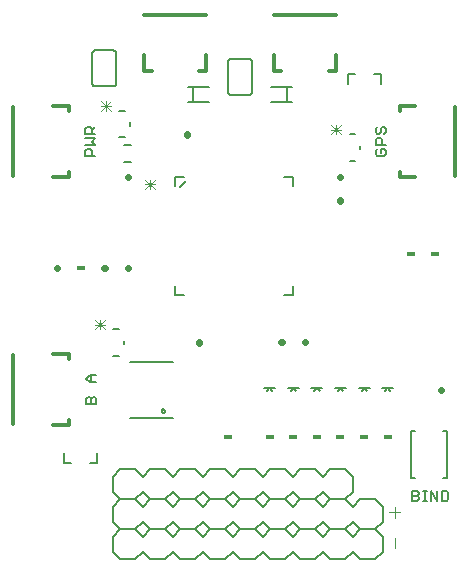
<source format=gto>
G75*
%MOIN*%
%OFA0B0*%
%FSLAX25Y25*%
%IPPOS*%
%LPD*%
%AMOC8*
5,1,8,0,0,1.08239X$1,22.5*
%
%ADD10C,0.00400*%
%ADD11C,0.00700*%
%ADD12C,0.00600*%
%ADD13C,0.00300*%
%ADD14C,0.00500*%
%ADD15C,0.02200*%
%ADD16R,0.03000X0.01800*%
%ADD17C,0.01200*%
%ADD18C,0.00800*%
D10*
X0139876Y0031464D02*
X0143346Y0031464D01*
X0141611Y0029729D02*
X0141611Y0033199D01*
X0141611Y0022886D02*
X0141611Y0019417D01*
D11*
X0147519Y0035315D02*
X0149171Y0035315D01*
X0149721Y0035865D01*
X0149721Y0036416D01*
X0149171Y0036966D01*
X0147519Y0036966D01*
X0147519Y0038617D02*
X0149171Y0038617D01*
X0149721Y0038067D01*
X0149721Y0037516D01*
X0149171Y0036966D01*
X0147519Y0035315D02*
X0147519Y0038617D01*
X0151202Y0038617D02*
X0152303Y0038617D01*
X0151753Y0038617D02*
X0151753Y0035315D01*
X0152303Y0035315D02*
X0151202Y0035315D01*
X0153658Y0035315D02*
X0153658Y0038617D01*
X0155860Y0035315D01*
X0155860Y0038617D01*
X0157341Y0038617D02*
X0157341Y0035315D01*
X0158992Y0035315D01*
X0159543Y0035865D01*
X0159543Y0038067D01*
X0158992Y0038617D01*
X0157341Y0038617D01*
X0138064Y0150249D02*
X0135862Y0150249D01*
X0135312Y0150800D01*
X0135312Y0151901D01*
X0135862Y0152451D01*
X0136963Y0152451D02*
X0136963Y0151350D01*
X0136963Y0152451D02*
X0138064Y0152451D01*
X0138615Y0151901D01*
X0138615Y0150800D01*
X0138064Y0150249D01*
X0137514Y0153933D02*
X0137514Y0155584D01*
X0136963Y0156134D01*
X0135862Y0156134D01*
X0135312Y0155584D01*
X0135312Y0153933D01*
X0138615Y0153933D01*
X0138064Y0157616D02*
X0138615Y0158166D01*
X0138615Y0159267D01*
X0138064Y0159818D01*
X0137514Y0159818D01*
X0136963Y0159267D01*
X0136963Y0158166D01*
X0136413Y0157616D01*
X0135862Y0157616D01*
X0135312Y0158166D01*
X0135312Y0159267D01*
X0135862Y0159818D01*
X0041701Y0159843D02*
X0040600Y0158742D01*
X0040600Y0159293D02*
X0040600Y0157641D01*
X0041701Y0157641D02*
X0038398Y0157641D01*
X0038398Y0159293D01*
X0038949Y0159843D01*
X0040050Y0159843D01*
X0040600Y0159293D01*
X0041701Y0156160D02*
X0038398Y0156160D01*
X0038398Y0153958D02*
X0041701Y0153958D01*
X0040600Y0155059D01*
X0041701Y0156160D01*
X0040050Y0152477D02*
X0040600Y0151927D01*
X0040600Y0150275D01*
X0041701Y0150275D02*
X0038398Y0150275D01*
X0038398Y0151927D01*
X0038949Y0152477D01*
X0040050Y0152477D01*
X0039956Y0077140D02*
X0042158Y0077140D01*
X0040506Y0077140D02*
X0040506Y0074939D01*
X0039956Y0074939D02*
X0038855Y0076039D01*
X0039956Y0077140D01*
X0039956Y0074939D02*
X0042158Y0074939D01*
X0041607Y0069774D02*
X0042158Y0069224D01*
X0042158Y0067572D01*
X0038855Y0067572D01*
X0038855Y0069224D01*
X0039406Y0069774D01*
X0039956Y0069774D01*
X0040506Y0069224D01*
X0040506Y0067572D01*
X0040506Y0069224D02*
X0041057Y0069774D01*
X0041607Y0069774D01*
D12*
X0047844Y0083714D02*
X0049644Y0083714D01*
X0051444Y0087514D02*
X0051444Y0088714D01*
X0049644Y0092514D02*
X0047844Y0092514D01*
X0053457Y0081665D02*
X0067654Y0081665D01*
X0067654Y0063067D02*
X0053457Y0063067D01*
X0068414Y0103847D02*
X0068414Y0106947D01*
X0068414Y0103847D02*
X0071514Y0103847D01*
X0069914Y0139747D02*
X0071914Y0141747D01*
X0071514Y0143247D02*
X0068414Y0143247D01*
X0068414Y0140147D01*
X0051613Y0156549D02*
X0049813Y0156549D01*
X0053413Y0160349D02*
X0053413Y0161549D01*
X0051613Y0165349D02*
X0049813Y0165349D01*
X0047807Y0173453D02*
X0041807Y0173453D01*
X0041747Y0173455D01*
X0041686Y0173460D01*
X0041627Y0173469D01*
X0041568Y0173482D01*
X0041509Y0173498D01*
X0041452Y0173518D01*
X0041397Y0173541D01*
X0041342Y0173568D01*
X0041290Y0173597D01*
X0041239Y0173630D01*
X0041190Y0173666D01*
X0041144Y0173704D01*
X0041100Y0173746D01*
X0041058Y0173790D01*
X0041020Y0173836D01*
X0040984Y0173885D01*
X0040951Y0173936D01*
X0040922Y0173988D01*
X0040895Y0174043D01*
X0040872Y0174098D01*
X0040852Y0174155D01*
X0040836Y0174214D01*
X0040823Y0174273D01*
X0040814Y0174332D01*
X0040809Y0174393D01*
X0040807Y0174453D01*
X0040807Y0184453D01*
X0040809Y0184513D01*
X0040814Y0184574D01*
X0040823Y0184633D01*
X0040836Y0184692D01*
X0040852Y0184751D01*
X0040872Y0184808D01*
X0040895Y0184863D01*
X0040922Y0184918D01*
X0040951Y0184970D01*
X0040984Y0185021D01*
X0041020Y0185070D01*
X0041058Y0185116D01*
X0041100Y0185160D01*
X0041144Y0185202D01*
X0041190Y0185240D01*
X0041239Y0185276D01*
X0041290Y0185309D01*
X0041342Y0185338D01*
X0041397Y0185365D01*
X0041452Y0185388D01*
X0041509Y0185408D01*
X0041568Y0185424D01*
X0041627Y0185437D01*
X0041686Y0185446D01*
X0041747Y0185451D01*
X0041807Y0185453D01*
X0047807Y0185453D01*
X0047867Y0185451D01*
X0047928Y0185446D01*
X0047987Y0185437D01*
X0048046Y0185424D01*
X0048105Y0185408D01*
X0048162Y0185388D01*
X0048217Y0185365D01*
X0048272Y0185338D01*
X0048324Y0185309D01*
X0048375Y0185276D01*
X0048424Y0185240D01*
X0048470Y0185202D01*
X0048514Y0185160D01*
X0048556Y0185116D01*
X0048594Y0185070D01*
X0048630Y0185021D01*
X0048663Y0184970D01*
X0048692Y0184918D01*
X0048719Y0184863D01*
X0048742Y0184808D01*
X0048762Y0184751D01*
X0048778Y0184692D01*
X0048791Y0184633D01*
X0048800Y0184574D01*
X0048805Y0184513D01*
X0048807Y0184453D01*
X0048807Y0174453D01*
X0048805Y0174393D01*
X0048800Y0174332D01*
X0048791Y0174273D01*
X0048778Y0174214D01*
X0048762Y0174155D01*
X0048742Y0174098D01*
X0048719Y0174043D01*
X0048692Y0173988D01*
X0048663Y0173936D01*
X0048630Y0173885D01*
X0048594Y0173836D01*
X0048556Y0173790D01*
X0048514Y0173746D01*
X0048470Y0173704D01*
X0048424Y0173666D01*
X0048375Y0173630D01*
X0048324Y0173597D01*
X0048272Y0173568D01*
X0048217Y0173541D01*
X0048162Y0173518D01*
X0048105Y0173498D01*
X0048046Y0173482D01*
X0047987Y0173469D01*
X0047928Y0173460D01*
X0047867Y0173455D01*
X0047807Y0173453D01*
X0086083Y0171697D02*
X0086083Y0181697D01*
X0086085Y0181757D01*
X0086090Y0181818D01*
X0086099Y0181877D01*
X0086112Y0181936D01*
X0086128Y0181995D01*
X0086148Y0182052D01*
X0086171Y0182107D01*
X0086198Y0182162D01*
X0086227Y0182214D01*
X0086260Y0182265D01*
X0086296Y0182314D01*
X0086334Y0182360D01*
X0086376Y0182404D01*
X0086420Y0182446D01*
X0086466Y0182484D01*
X0086515Y0182520D01*
X0086566Y0182553D01*
X0086618Y0182582D01*
X0086673Y0182609D01*
X0086728Y0182632D01*
X0086785Y0182652D01*
X0086844Y0182668D01*
X0086903Y0182681D01*
X0086962Y0182690D01*
X0087023Y0182695D01*
X0087083Y0182697D01*
X0093083Y0182697D01*
X0093143Y0182695D01*
X0093204Y0182690D01*
X0093263Y0182681D01*
X0093322Y0182668D01*
X0093381Y0182652D01*
X0093438Y0182632D01*
X0093493Y0182609D01*
X0093548Y0182582D01*
X0093600Y0182553D01*
X0093651Y0182520D01*
X0093700Y0182484D01*
X0093746Y0182446D01*
X0093790Y0182404D01*
X0093832Y0182360D01*
X0093870Y0182314D01*
X0093906Y0182265D01*
X0093939Y0182214D01*
X0093968Y0182162D01*
X0093995Y0182107D01*
X0094018Y0182052D01*
X0094038Y0181995D01*
X0094054Y0181936D01*
X0094067Y0181877D01*
X0094076Y0181818D01*
X0094081Y0181757D01*
X0094083Y0181697D01*
X0094083Y0171697D01*
X0094081Y0171637D01*
X0094076Y0171576D01*
X0094067Y0171517D01*
X0094054Y0171458D01*
X0094038Y0171399D01*
X0094018Y0171342D01*
X0093995Y0171287D01*
X0093968Y0171232D01*
X0093939Y0171180D01*
X0093906Y0171129D01*
X0093870Y0171080D01*
X0093832Y0171034D01*
X0093790Y0170990D01*
X0093746Y0170948D01*
X0093700Y0170910D01*
X0093651Y0170874D01*
X0093600Y0170841D01*
X0093548Y0170812D01*
X0093493Y0170785D01*
X0093438Y0170762D01*
X0093381Y0170742D01*
X0093322Y0170726D01*
X0093263Y0170713D01*
X0093204Y0170704D01*
X0093143Y0170699D01*
X0093083Y0170697D01*
X0087083Y0170697D01*
X0087023Y0170699D01*
X0086962Y0170704D01*
X0086903Y0170713D01*
X0086844Y0170726D01*
X0086785Y0170742D01*
X0086728Y0170762D01*
X0086673Y0170785D01*
X0086618Y0170812D01*
X0086566Y0170841D01*
X0086515Y0170874D01*
X0086466Y0170910D01*
X0086420Y0170948D01*
X0086376Y0170990D01*
X0086334Y0171034D01*
X0086296Y0171080D01*
X0086260Y0171129D01*
X0086227Y0171180D01*
X0086198Y0171232D01*
X0086171Y0171287D01*
X0086148Y0171342D01*
X0086128Y0171399D01*
X0086112Y0171458D01*
X0086099Y0171517D01*
X0086090Y0171576D01*
X0086085Y0171637D01*
X0086083Y0171697D01*
X0104714Y0143247D02*
X0107814Y0143247D01*
X0107814Y0140147D01*
X0126584Y0148675D02*
X0128384Y0148675D01*
X0130184Y0152475D02*
X0130184Y0153675D01*
X0128384Y0157475D02*
X0126584Y0157475D01*
X0107814Y0106947D02*
X0107814Y0103847D01*
X0104714Y0103847D01*
D13*
X0061600Y0139181D02*
X0058464Y0142317D01*
X0058464Y0140749D02*
X0061600Y0140749D01*
X0061600Y0142317D02*
X0058464Y0139181D01*
X0060032Y0139181D02*
X0060032Y0142317D01*
X0046899Y0165283D02*
X0043763Y0168419D01*
X0045331Y0168419D02*
X0045331Y0165283D01*
X0043763Y0165283D02*
X0046899Y0168419D01*
X0046899Y0166851D02*
X0043763Y0166851D01*
X0043362Y0095584D02*
X0043362Y0092448D01*
X0041794Y0092448D02*
X0044930Y0095584D01*
X0044930Y0094016D02*
X0041794Y0094016D01*
X0041794Y0095584D02*
X0044930Y0092448D01*
X0120534Y0157409D02*
X0123670Y0160545D01*
X0122102Y0160545D02*
X0122102Y0157409D01*
X0123670Y0157409D02*
X0120534Y0160545D01*
X0120534Y0158977D02*
X0123670Y0158977D01*
D14*
X0053881Y0154006D02*
X0051481Y0154006D01*
X0051481Y0148206D02*
X0053881Y0148206D01*
X0147169Y0058587D02*
X0147169Y0042839D01*
X0148350Y0042839D01*
X0157799Y0042839D02*
X0158980Y0042839D01*
X0158980Y0058587D01*
X0157799Y0058587D01*
X0148350Y0058587D02*
X0147169Y0058587D01*
D15*
X0156892Y0072366D02*
X0157132Y0072366D01*
X0111856Y0088114D02*
X0111616Y0088114D01*
X0103982Y0088114D02*
X0103742Y0088114D01*
X0076303Y0087994D02*
X0076303Y0088234D01*
X0052801Y0112917D02*
X0052561Y0112917D01*
X0044927Y0112917D02*
X0044687Y0112917D01*
X0029179Y0112917D02*
X0028939Y0112917D01*
X0052681Y0143112D02*
X0052681Y0143352D01*
X0072366Y0157285D02*
X0072366Y0157526D01*
X0123547Y0143352D02*
X0123547Y0143112D01*
X0123547Y0135478D02*
X0123547Y0135238D01*
D16*
X0147169Y0117642D03*
X0155043Y0117642D03*
X0139295Y0056618D03*
X0131421Y0056618D03*
X0123547Y0056618D03*
X0115673Y0056618D03*
X0107799Y0056618D03*
X0099925Y0056618D03*
X0086146Y0056618D03*
X0036933Y0112917D03*
D17*
X0032996Y0084177D02*
X0027760Y0084177D01*
X0032996Y0084177D02*
X0032996Y0082602D01*
X0014374Y0083783D02*
X0014374Y0060949D01*
X0027760Y0060555D02*
X0032996Y0060555D01*
X0032996Y0062130D01*
X0032996Y0143232D02*
X0027760Y0143232D01*
X0032996Y0143232D02*
X0032996Y0144807D01*
X0032996Y0165280D02*
X0032996Y0166854D01*
X0027760Y0166854D01*
X0014374Y0166461D02*
X0014374Y0143626D01*
X0058193Y0178665D02*
X0060555Y0178665D01*
X0058193Y0178665D02*
X0058193Y0183902D01*
X0058193Y0197287D02*
X0078665Y0197287D01*
X0078665Y0183902D02*
X0078665Y0178665D01*
X0076303Y0178665D01*
X0101500Y0178665D02*
X0103862Y0178665D01*
X0101500Y0178665D02*
X0101500Y0183902D01*
X0101500Y0197287D02*
X0121972Y0197287D01*
X0121972Y0183902D02*
X0121972Y0178665D01*
X0119610Y0178665D01*
X0143232Y0166854D02*
X0143232Y0165280D01*
X0143232Y0166854D02*
X0148469Y0166854D01*
X0161854Y0166461D02*
X0161854Y0143626D01*
X0148469Y0143232D02*
X0143232Y0143232D01*
X0143232Y0144807D01*
D18*
X0031421Y0051106D02*
X0031421Y0047957D01*
X0033783Y0047957D01*
X0040083Y0047957D02*
X0042445Y0047957D01*
X0042445Y0051106D01*
X0050181Y0045870D02*
X0047681Y0043370D01*
X0047681Y0038370D01*
X0050181Y0035870D01*
X0047681Y0033370D01*
X0047681Y0028370D01*
X0050181Y0025870D01*
X0047681Y0023370D01*
X0047681Y0018370D01*
X0050181Y0015870D01*
X0055181Y0015870D01*
X0057681Y0018370D01*
X0060181Y0015870D01*
X0065181Y0015870D01*
X0067681Y0018370D01*
X0070181Y0015870D01*
X0075181Y0015870D01*
X0077681Y0018370D01*
X0080181Y0015870D01*
X0085181Y0015870D01*
X0087681Y0018370D01*
X0090181Y0015870D01*
X0095181Y0015870D01*
X0097681Y0018370D01*
X0100181Y0015870D01*
X0105181Y0015870D01*
X0107681Y0018370D01*
X0110181Y0015870D01*
X0115181Y0015870D01*
X0117681Y0018370D01*
X0120181Y0015870D01*
X0125181Y0015870D01*
X0127681Y0018370D01*
X0130181Y0015870D01*
X0135181Y0015870D01*
X0137681Y0018370D01*
X0137681Y0023370D01*
X0135181Y0025870D01*
X0130181Y0025870D01*
X0127681Y0023370D01*
X0125181Y0025870D01*
X0120181Y0025870D01*
X0117681Y0023370D01*
X0115181Y0025870D01*
X0110181Y0025870D01*
X0107681Y0023370D01*
X0105181Y0025870D01*
X0100181Y0025870D01*
X0097681Y0023370D01*
X0095181Y0025870D01*
X0090181Y0025870D01*
X0087681Y0023370D01*
X0085181Y0025870D01*
X0080181Y0025870D01*
X0077681Y0023370D01*
X0075181Y0025870D01*
X0070181Y0025870D01*
X0067681Y0023370D01*
X0065181Y0025870D01*
X0060181Y0025870D01*
X0057681Y0023370D01*
X0055181Y0025870D01*
X0050181Y0025870D01*
X0055181Y0025870D01*
X0057681Y0028370D01*
X0060181Y0025870D01*
X0065181Y0025870D01*
X0067681Y0028370D01*
X0070181Y0025870D01*
X0075181Y0025870D01*
X0077681Y0028370D01*
X0080181Y0025870D01*
X0085181Y0025870D01*
X0087681Y0028370D01*
X0090181Y0025870D01*
X0095181Y0025870D01*
X0097681Y0028370D01*
X0100181Y0025870D01*
X0105181Y0025870D01*
X0107681Y0028370D01*
X0110181Y0025870D01*
X0115181Y0025870D01*
X0117681Y0028370D01*
X0120181Y0025870D01*
X0125181Y0025870D01*
X0127681Y0028370D01*
X0130181Y0025870D01*
X0135181Y0025870D01*
X0137681Y0028370D01*
X0137681Y0033370D01*
X0135181Y0035870D01*
X0130181Y0035870D01*
X0127681Y0033370D01*
X0125181Y0035870D01*
X0120181Y0035870D01*
X0117681Y0033370D01*
X0115181Y0035870D01*
X0110181Y0035870D01*
X0107681Y0033370D01*
X0105181Y0035870D01*
X0100181Y0035870D01*
X0097681Y0033370D01*
X0095181Y0035870D01*
X0090181Y0035870D01*
X0087681Y0033370D01*
X0085181Y0035870D01*
X0080181Y0035870D01*
X0077681Y0033370D01*
X0075181Y0035870D01*
X0070181Y0035870D01*
X0067681Y0033370D01*
X0065181Y0035870D01*
X0060181Y0035870D01*
X0057681Y0033370D01*
X0055181Y0035870D01*
X0050181Y0035870D01*
X0055181Y0035870D01*
X0057681Y0038370D01*
X0060181Y0035870D01*
X0065181Y0035870D01*
X0067681Y0038370D01*
X0070181Y0035870D01*
X0075181Y0035870D01*
X0077681Y0038370D01*
X0080181Y0035870D01*
X0085181Y0035870D01*
X0087681Y0038370D01*
X0090181Y0035870D01*
X0095181Y0035870D01*
X0097681Y0038370D01*
X0100181Y0035870D01*
X0105181Y0035870D01*
X0107681Y0038370D01*
X0110181Y0035870D01*
X0115181Y0035870D01*
X0117681Y0038370D01*
X0120181Y0035870D01*
X0125181Y0035870D01*
X0127681Y0038370D01*
X0127681Y0043370D01*
X0125181Y0045870D01*
X0120181Y0045870D01*
X0117681Y0043370D01*
X0115181Y0045870D01*
X0110181Y0045870D01*
X0107681Y0043370D01*
X0105181Y0045870D01*
X0100181Y0045870D01*
X0097681Y0043370D01*
X0095181Y0045870D01*
X0090181Y0045870D01*
X0087681Y0043370D01*
X0085181Y0045870D01*
X0080181Y0045870D01*
X0077681Y0043370D01*
X0075181Y0045870D01*
X0070181Y0045870D01*
X0067681Y0043370D01*
X0065181Y0045870D01*
X0060181Y0045870D01*
X0057681Y0043370D01*
X0055181Y0045870D01*
X0050181Y0045870D01*
X0063890Y0065266D02*
X0063892Y0065313D01*
X0063898Y0065360D01*
X0063908Y0065407D01*
X0063921Y0065452D01*
X0063939Y0065496D01*
X0063960Y0065538D01*
X0063984Y0065579D01*
X0064012Y0065617D01*
X0064043Y0065653D01*
X0064077Y0065686D01*
X0064113Y0065716D01*
X0064152Y0065743D01*
X0064193Y0065767D01*
X0064236Y0065787D01*
X0064280Y0065803D01*
X0064326Y0065816D01*
X0064372Y0065825D01*
X0064420Y0065830D01*
X0064467Y0065831D01*
X0064514Y0065828D01*
X0064561Y0065821D01*
X0064607Y0065810D01*
X0064652Y0065796D01*
X0064696Y0065777D01*
X0064737Y0065755D01*
X0064777Y0065730D01*
X0064815Y0065701D01*
X0064850Y0065670D01*
X0064883Y0065635D01*
X0064912Y0065598D01*
X0064938Y0065559D01*
X0064961Y0065517D01*
X0064980Y0065474D01*
X0064996Y0065429D01*
X0065008Y0065383D01*
X0065016Y0065337D01*
X0065020Y0065290D01*
X0065020Y0065242D01*
X0065016Y0065195D01*
X0065008Y0065149D01*
X0064996Y0065103D01*
X0064980Y0065058D01*
X0064961Y0065015D01*
X0064938Y0064973D01*
X0064912Y0064934D01*
X0064883Y0064897D01*
X0064850Y0064862D01*
X0064815Y0064831D01*
X0064777Y0064802D01*
X0064738Y0064777D01*
X0064696Y0064755D01*
X0064652Y0064736D01*
X0064607Y0064722D01*
X0064561Y0064711D01*
X0064514Y0064704D01*
X0064467Y0064701D01*
X0064420Y0064702D01*
X0064372Y0064707D01*
X0064326Y0064716D01*
X0064280Y0064729D01*
X0064236Y0064745D01*
X0064193Y0064765D01*
X0064152Y0064789D01*
X0064113Y0064816D01*
X0064077Y0064846D01*
X0064043Y0064879D01*
X0064012Y0064915D01*
X0063984Y0064953D01*
X0063960Y0064994D01*
X0063939Y0065036D01*
X0063921Y0065080D01*
X0063908Y0065125D01*
X0063898Y0065172D01*
X0063892Y0065219D01*
X0063890Y0065266D01*
X0098114Y0073035D02*
X0099925Y0073035D01*
X0100846Y0071815D01*
X0101736Y0073035D02*
X0099925Y0073035D01*
X0099825Y0072975D02*
X0099065Y0071815D01*
X0105988Y0073035D02*
X0107799Y0073035D01*
X0108720Y0071815D01*
X0109610Y0073035D02*
X0107799Y0073035D01*
X0107699Y0072975D02*
X0106939Y0071815D01*
X0113862Y0073035D02*
X0115673Y0073035D01*
X0116594Y0071815D01*
X0117484Y0073035D02*
X0115673Y0073035D01*
X0115573Y0072975D02*
X0114813Y0071815D01*
X0121736Y0073035D02*
X0123547Y0073035D01*
X0124468Y0071815D01*
X0125358Y0073035D02*
X0123547Y0073035D01*
X0123447Y0072975D02*
X0122687Y0071815D01*
X0129610Y0073035D02*
X0131421Y0073035D01*
X0132342Y0071815D01*
X0133232Y0073035D02*
X0131421Y0073035D01*
X0131321Y0072975D02*
X0130561Y0071815D01*
X0137484Y0073035D02*
X0139295Y0073035D01*
X0140216Y0071815D01*
X0141106Y0073035D02*
X0139295Y0073035D01*
X0139195Y0072975D02*
X0138435Y0071815D01*
X0107406Y0168232D02*
X0105831Y0168232D01*
X0105831Y0173350D01*
X0100319Y0173350D01*
X0100319Y0168232D02*
X0105831Y0168232D01*
X0105831Y0173350D02*
X0107406Y0173350D01*
X0125909Y0174335D02*
X0125909Y0177484D01*
X0128272Y0177484D01*
X0134571Y0177484D02*
X0136933Y0177484D01*
X0136933Y0174335D01*
X0079846Y0173350D02*
X0074335Y0173350D01*
X0074335Y0168232D01*
X0079846Y0168232D01*
X0074335Y0168232D02*
X0072760Y0168232D01*
X0072760Y0173350D02*
X0074335Y0173350D01*
M02*

</source>
